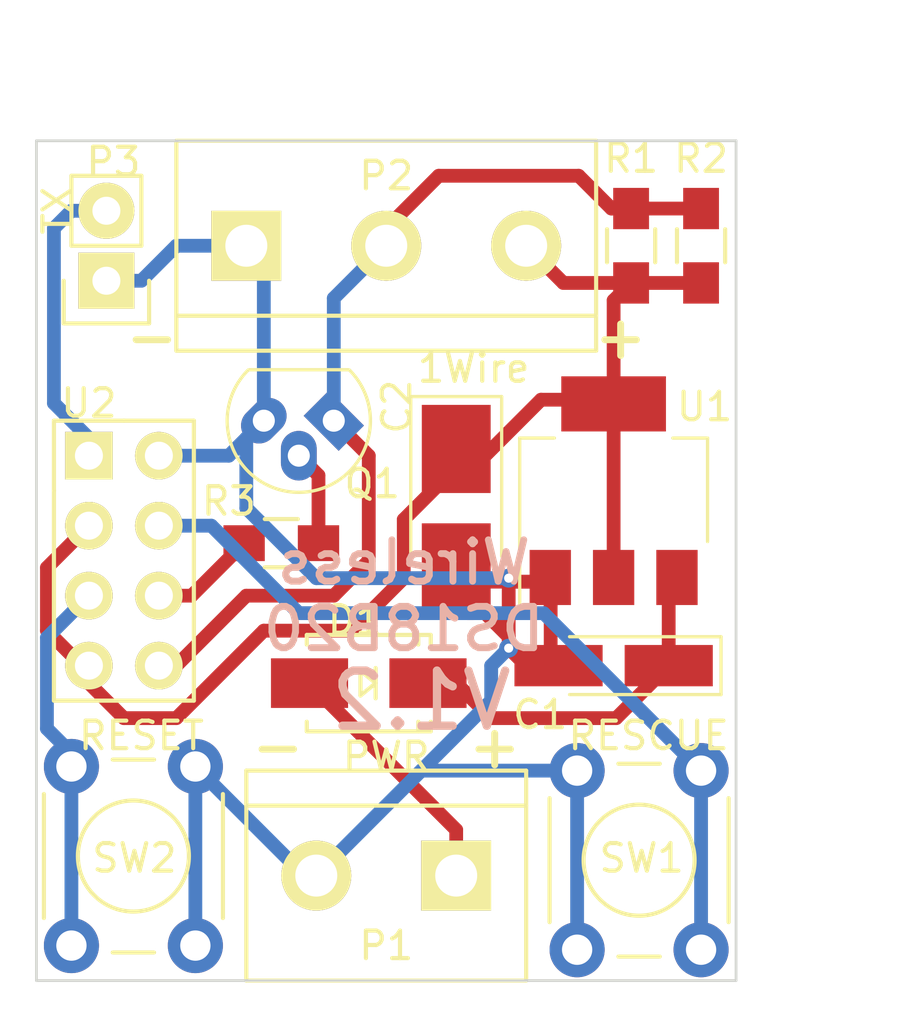
<source format=kicad_pcb>
(kicad_pcb (version 4) (host pcbnew 4.0.2-stable)

  (general
    (links 32)
    (no_connects 0)
    (area 118.694999 62.179999 144.830001 95.300001)
    (thickness 1.6002)
    (drawings 17)
    (tracks 106)
    (zones 0)
    (modules 14)
    (nets 11)
  )

  (page A4)
  (layers
    (0 F.Cu signal)
    (31 B.Cu signal)
    (34 B.Paste user)
    (35 F.Paste user)
    (36 B.SilkS user)
    (37 F.SilkS user)
    (38 B.Mask user)
    (39 F.Mask user)
    (44 Edge.Cuts user)
    (49 F.Fab user)
  )

  (setup
    (last_trace_width 0.5)
    (trace_clearance 0.2)
    (zone_clearance 0.508)
    (zone_45_only no)
    (trace_min 0.1524)
    (segment_width 0.2)
    (edge_width 0.1)
    (via_size 0.6858)
    (via_drill 0.3302)
    (via_min_size 0.6858)
    (via_min_drill 0.3302)
    (uvia_size 0.762)
    (uvia_drill 0.508)
    (uvias_allowed no)
    (uvia_min_size 0)
    (uvia_min_drill 0)
    (pcb_text_width 0.3)
    (pcb_text_size 1.5 1.5)
    (mod_edge_width 0.15)
    (mod_text_size 1 1)
    (mod_text_width 0.15)
    (pad_size 2 3.8)
    (pad_drill 0)
    (pad_to_mask_clearance 0)
    (aux_axis_origin 0 0)
    (grid_origin 11.43 11.43)
    (visible_elements 7FFEFFFF)
    (pcbplotparams
      (layerselection 0x00030_80000001)
      (usegerberextensions false)
      (excludeedgelayer true)
      (linewidth 0.100000)
      (plotframeref false)
      (viasonmask false)
      (mode 1)
      (useauxorigin false)
      (hpglpennumber 1)
      (hpglpenspeed 20)
      (hpglpendiameter 15)
      (hpglpenoverlay 2)
      (psnegative false)
      (psa4output false)
      (plotreference true)
      (plotvalue true)
      (plotinvisibletext false)
      (padsonsilk false)
      (subtractmaskfromsilk false)
      (outputformat 1)
      (mirror false)
      (drillshape 1)
      (scaleselection 1)
      (outputdirectory ""))
  )

  (net 0 "")
  (net 1 GND)
  (net 2 VCC)
  (net 3 "Net-(P2-Pad2)")
  (net 4 "Net-(P3-Pad2)")
  (net 5 "Net-(Q1-Pad2)")
  (net 6 "Net-(SW1-Pad1)")
  (net 7 "Net-(SW2-Pad1)")
  (net 8 "Net-(C1-Pad1)")
  (net 9 "Net-(R3-Pad1)")
  (net 10 "Net-(D1-Pad2)")

  (net_class Default "This is the default net class."
    (clearance 0.2)
    (trace_width 0.5)
    (via_dia 0.6858)
    (via_drill 0.3302)
    (uvia_dia 0.762)
    (uvia_drill 0.508)
    (add_net GND)
    (add_net "Net-(C1-Pad1)")
    (add_net "Net-(D1-Pad2)")
    (add_net "Net-(P2-Pad2)")
    (add_net "Net-(P3-Pad2)")
    (add_net "Net-(Q1-Pad2)")
    (add_net "Net-(R3-Pad1)")
    (add_net "Net-(SW1-Pad1)")
    (add_net "Net-(SW2-Pad1)")
    (add_net VCC)
  )

  (module TO_SOT_Packages_THT:TO-92_Molded_Narrow_Oval (layer F.Cu) (tedit 58DE2C5B) (tstamp 58277C88)
    (at 129.54 74.93 180)
    (descr "TO-92 leads molded, narrow, oval pads, drill 0.8mm (see NXP sot054_po.pdf)")
    (tags "to-92 sc-43 sc-43a sot54 PA33 transistor")
    (path /57A0B8C6)
    (fp_text reference Q1 (at -1.397 -2.286 180) (layer F.SilkS)
      (effects (font (size 1 1) (thickness 0.15)))
    )
    (fp_text value BS170 (at 0 3 360) (layer F.Fab)
      (effects (font (size 1 1) (thickness 0.15)))
    )
    (fp_text user %R (at -1.397 -2.286 180) (layer F.Fab)
      (effects (font (size 1 1) (thickness 0.15)))
    )
    (fp_line (start -0.53 1.85) (end 3.07 1.85) (layer F.SilkS) (width 0.12))
    (fp_line (start -0.5 1.75) (end 3 1.75) (layer F.Fab) (width 0.1))
    (fp_line (start -1.46 -2.73) (end 4 -2.73) (layer F.CrtYd) (width 0.05))
    (fp_line (start -1.46 -2.73) (end -1.46 2.01) (layer F.CrtYd) (width 0.05))
    (fp_line (start 4 2.01) (end 4 -2.73) (layer F.CrtYd) (width 0.05))
    (fp_line (start 4 2.01) (end -1.46 2.01) (layer F.CrtYd) (width 0.05))
    (fp_arc (start 1.27 0) (end 1.27 -2.48) (angle 135) (layer F.Fab) (width 0.1))
    (fp_arc (start 1.27 0) (end 1.27 -2.6) (angle -135) (layer F.SilkS) (width 0.12))
    (fp_arc (start 1.27 0) (end 1.27 -2.48) (angle -135) (layer F.Fab) (width 0.1))
    (fp_arc (start 1.27 0) (end 1.27 -2.6) (angle 135) (layer F.SilkS) (width 0.12))
    (pad 2 thru_hole oval (at 1.27 -1.27 270) (size 1.8 1.3) (drill 0.8) (layers *.Cu *.Mask)
      (net 5 "Net-(Q1-Pad2)"))
    (pad 1 thru_hole rect (at 0 0 225) (size 1.3 1.8) (drill 0.8) (layers *.Cu *.Mask)
      (net 3 "Net-(P2-Pad2)"))
    (pad 3 thru_hole oval (at 2.54 0 225) (size 1.8 1.3) (drill 0.8) (layers *.Cu *.Mask)
      (net 1 GND))
    (model ${KISYS3DMOD}/TO_SOT_Packages_THT.3dshapes/TO-92_Molded_Narrow_Oval.wrl
      (at (xyz 0.05 0 0))
      (scale (xyz 1 1 1))
      (rotate (xyz 0 0 -90))
    )
  )

  (module Buttons_Switches_ThroughHole:SW_PUSH_6mm placed (layer F.Cu) (tedit 582D9899) (tstamp 57F5579D)
    (at 142.875 87.63 270)
    (descr https://www.omron.com/ecb/products/pdf/en-b3f.pdf)
    (tags "tact sw push 6mm")
    (path /57A0B62B)
    (fp_text reference SW1 (at 3.175 2.159 360) (layer F.SilkS)
      (effects (font (size 1 1) (thickness 0.15)))
    )
    (fp_text value RESCUE_MODE (at 3.75 6.7 270) (layer F.Fab)
      (effects (font (size 1 1) (thickness 0.15)))
    )
    (fp_line (start 3.25 -0.75) (end 6.25 -0.75) (layer F.Fab) (width 0.15))
    (fp_line (start 6.25 -0.75) (end 6.25 5.25) (layer F.Fab) (width 0.15))
    (fp_line (start 6.25 5.25) (end 0.25 5.25) (layer F.Fab) (width 0.15))
    (fp_line (start 0.25 5.25) (end 0.25 -0.75) (layer F.Fab) (width 0.15))
    (fp_line (start 0.25 -0.75) (end 3.25 -0.75) (layer F.Fab) (width 0.15))
    (fp_line (start 7.75 6) (end 8 6) (layer F.CrtYd) (width 0.05))
    (fp_line (start 8 6) (end 8 5.75) (layer F.CrtYd) (width 0.05))
    (fp_line (start 7.75 -1.5) (end 8 -1.5) (layer F.CrtYd) (width 0.05))
    (fp_line (start 8 -1.5) (end 8 -1.25) (layer F.CrtYd) (width 0.05))
    (fp_line (start -1.5 -1.25) (end -1.5 -1.5) (layer F.CrtYd) (width 0.05))
    (fp_line (start -1.5 -1.5) (end -1.25 -1.5) (layer F.CrtYd) (width 0.05))
    (fp_line (start -1.5 5.75) (end -1.5 6) (layer F.CrtYd) (width 0.05))
    (fp_line (start -1.5 6) (end -1.25 6) (layer F.CrtYd) (width 0.05))
    (fp_circle (center 3.25 2.25) (end 1.25 2.5) (layer F.SilkS) (width 0.15))
    (fp_line (start -1.25 -1.5) (end 7.75 -1.5) (layer F.CrtYd) (width 0.05))
    (fp_line (start -1.5 5.75) (end -1.5 -1.25) (layer F.CrtYd) (width 0.05))
    (fp_line (start 7.75 6) (end -1.25 6) (layer F.CrtYd) (width 0.05))
    (fp_line (start 8 -1.25) (end 8 5.75) (layer F.CrtYd) (width 0.05))
    (fp_line (start 1 5.5) (end 5.5 5.5) (layer F.SilkS) (width 0.15))
    (fp_line (start -0.25 1.5) (end -0.25 3) (layer F.SilkS) (width 0.15))
    (fp_line (start 5.5 -1) (end 1 -1) (layer F.SilkS) (width 0.15))
    (fp_line (start 6.75 3) (end 6.75 1.5) (layer F.SilkS) (width 0.15))
    (pad 2 thru_hole circle (at 0 4.5) (size 2 2) (drill 1.1) (layers *.Cu *.Mask)
      (net 1 GND))
    (pad 1 thru_hole circle (at 0 0) (size 2 2) (drill 1.1) (layers *.Cu *.Mask)
      (net 6 "Net-(SW1-Pad1)"))
    (pad 2 thru_hole circle (at 6.5 4.5) (size 2 2) (drill 1.1) (layers *.Cu *.Mask)
      (net 1 GND))
    (pad 1 thru_hole circle (at 6.5 0) (size 2 2) (drill 1.1) (layers *.Cu *.Mask)
      (net 6 "Net-(SW1-Pad1)"))
  )

  (module Buttons_Switches_ThroughHole:SW_PUSH_6mm placed (layer F.Cu) (tedit 582D9890) (tstamp 57F557BB)
    (at 120.015 93.98 90)
    (descr https://www.omron.com/ecb/products/pdf/en-b3f.pdf)
    (tags "tact sw push 6mm")
    (path /57A8DA97)
    (fp_text reference SW2 (at 3.175 2.286 180) (layer F.SilkS)
      (effects (font (size 1 1) (thickness 0.15)))
    )
    (fp_text value RESET (at 3.75 6.7 90) (layer F.Fab)
      (effects (font (size 1 1) (thickness 0.15)))
    )
    (fp_line (start 3.25 -0.75) (end 6.25 -0.75) (layer F.Fab) (width 0.15))
    (fp_line (start 6.25 -0.75) (end 6.25 5.25) (layer F.Fab) (width 0.15))
    (fp_line (start 6.25 5.25) (end 0.25 5.25) (layer F.Fab) (width 0.15))
    (fp_line (start 0.25 5.25) (end 0.25 -0.75) (layer F.Fab) (width 0.15))
    (fp_line (start 0.25 -0.75) (end 3.25 -0.75) (layer F.Fab) (width 0.15))
    (fp_line (start 7.75 6) (end 8 6) (layer F.CrtYd) (width 0.05))
    (fp_line (start 8 6) (end 8 5.75) (layer F.CrtYd) (width 0.05))
    (fp_line (start 7.75 -1.5) (end 8 -1.5) (layer F.CrtYd) (width 0.05))
    (fp_line (start 8 -1.5) (end 8 -1.25) (layer F.CrtYd) (width 0.05))
    (fp_line (start -1.5 -1.25) (end -1.5 -1.5) (layer F.CrtYd) (width 0.05))
    (fp_line (start -1.5 -1.5) (end -1.25 -1.5) (layer F.CrtYd) (width 0.05))
    (fp_line (start -1.5 5.75) (end -1.5 6) (layer F.CrtYd) (width 0.05))
    (fp_line (start -1.5 6) (end -1.25 6) (layer F.CrtYd) (width 0.05))
    (fp_circle (center 3.25 2.25) (end 1.25 2.5) (layer F.SilkS) (width 0.15))
    (fp_line (start -1.25 -1.5) (end 7.75 -1.5) (layer F.CrtYd) (width 0.05))
    (fp_line (start -1.5 5.75) (end -1.5 -1.25) (layer F.CrtYd) (width 0.05))
    (fp_line (start 7.75 6) (end -1.25 6) (layer F.CrtYd) (width 0.05))
    (fp_line (start 8 -1.25) (end 8 5.75) (layer F.CrtYd) (width 0.05))
    (fp_line (start 1 5.5) (end 5.5 5.5) (layer F.SilkS) (width 0.15))
    (fp_line (start -0.25 1.5) (end -0.25 3) (layer F.SilkS) (width 0.15))
    (fp_line (start 5.5 -1) (end 1 -1) (layer F.SilkS) (width 0.15))
    (fp_line (start 6.75 3) (end 6.75 1.5) (layer F.SilkS) (width 0.15))
    (pad 2 thru_hole circle (at 0 4.5 180) (size 2 2) (drill 1.1) (layers *.Cu *.Mask)
      (net 1 GND))
    (pad 1 thru_hole circle (at 0 0 180) (size 2 2) (drill 1.1) (layers *.Cu *.Mask)
      (net 7 "Net-(SW2-Pad1)"))
    (pad 2 thru_hole circle (at 6.5 4.5 180) (size 2 2) (drill 1.1) (layers *.Cu *.Mask)
      (net 1 GND))
    (pad 1 thru_hole circle (at 6.5 0 180) (size 2 2) (drill 1.1) (layers *.Cu *.Mask)
      (net 7 "Net-(SW2-Pad1)"))
  )

  (module Connect:bornier3 placed (layer F.Cu) (tedit 582D98AE) (tstamp 57F55731)
    (at 131.445 68.58)
    (descr "Bornier d'alimentation 3 pins")
    (tags DEV)
    (path /57A0B00F)
    (fp_text reference P2 (at 0 -2.54 180) (layer F.SilkS)
      (effects (font (size 1 1) (thickness 0.15)))
    )
    (fp_text value "1-Wire Bus" (at 0 5.08) (layer F.Fab)
      (effects (font (size 1 1) (thickness 0.15)))
    )
    (fp_line (start -7.62 3.81) (end -7.62 -3.81) (layer F.SilkS) (width 0.15))
    (fp_line (start 7.62 3.81) (end 7.62 -3.81) (layer F.SilkS) (width 0.15))
    (fp_line (start -7.62 2.54) (end 7.62 2.54) (layer F.SilkS) (width 0.15))
    (fp_line (start -7.62 -3.81) (end 7.62 -3.81) (layer F.SilkS) (width 0.15))
    (fp_line (start -7.62 3.81) (end 7.62 3.81) (layer F.SilkS) (width 0.15))
    (pad 1 thru_hole rect (at -5.08 0) (size 2.54 2.54) (drill 1.524) (layers *.Cu *.Mask F.SilkS)
      (net 1 GND))
    (pad 2 thru_hole circle (at 0 0) (size 2.54 2.54) (drill 1.524) (layers *.Cu *.Mask F.SilkS)
      (net 3 "Net-(P2-Pad2)"))
    (pad 3 thru_hole circle (at 5.08 0) (size 2.54 2.54) (drill 1.524) (layers *.Cu *.Mask F.SilkS)
      (net 2 VCC))
    (model Connect.3dshapes/bornier3.wrl
      (at (xyz 0 0 0))
      (scale (xyz 1 1 1))
      (rotate (xyz 0 0 0))
    )
  )

  (module Connect:bornier2 placed (layer F.Cu) (tedit 582D93A7) (tstamp 57F55725)
    (at 131.445 91.44 180)
    (descr "Bornier d'alimentation 2 pins")
    (tags DEV)
    (path /57A0A7B5)
    (fp_text reference P1 (at 0 -2.54 180) (layer F.SilkS)
      (effects (font (size 1 1) (thickness 0.15)))
    )
    (fp_text value "Power Connector" (at 0 5.08 180) (layer F.Fab)
      (effects (font (size 1 1) (thickness 0.15)))
    )
    (fp_line (start 5.08 2.54) (end -5.08 2.54) (layer F.SilkS) (width 0.15))
    (fp_line (start 5.08 3.81) (end 5.08 -3.81) (layer F.SilkS) (width 0.15))
    (fp_line (start 5.08 -3.81) (end -5.08 -3.81) (layer F.SilkS) (width 0.15))
    (fp_line (start -5.08 -3.81) (end -5.08 3.81) (layer F.SilkS) (width 0.15))
    (fp_line (start -5.08 3.81) (end 5.08 3.81) (layer F.SilkS) (width 0.15))
    (pad 1 thru_hole rect (at -2.54 0 180) (size 2.54 2.54) (drill 1.524) (layers *.Cu *.Mask F.SilkS)
      (net 10 "Net-(D1-Pad2)"))
    (pad 2 thru_hole circle (at 2.54 0 180) (size 2.54 2.54) (drill 1.524) (layers *.Cu *.Mask F.SilkS)
      (net 1 GND))
    (model Connect.3dshapes/bornier2.wrl
      (at (xyz 0 0 0))
      (scale (xyz 1 1 1))
      (rotate (xyz 0 0 0))
    )
  )

  (module Pin_Headers:Pin_Header_Straight_1x02 (layer F.Cu) (tedit 58DE2C12) (tstamp 57F628A9)
    (at 121.285 69.85 180)
    (descr "Through hole pin header")
    (tags "pin header")
    (path /57F62DB1)
    (fp_text reference P3 (at -0.254 4.318 360) (layer F.SilkS)
      (effects (font (size 1 1) (thickness 0.15)))
    )
    (fp_text value SERIAL_TX (at 0 -3.1 180) (layer F.Fab)
      (effects (font (size 1 1) (thickness 0.15)))
    )
    (fp_line (start 1.27 1.27) (end 1.27 3.81) (layer F.SilkS) (width 0.15))
    (fp_line (start 1.55 -1.55) (end 1.55 0) (layer F.SilkS) (width 0.15))
    (fp_line (start -1.75 -1.75) (end -1.75 4.3) (layer F.CrtYd) (width 0.05))
    (fp_line (start 1.75 -1.75) (end 1.75 4.3) (layer F.CrtYd) (width 0.05))
    (fp_line (start -1.75 -1.75) (end 1.75 -1.75) (layer F.CrtYd) (width 0.05))
    (fp_line (start -1.75 4.3) (end 1.75 4.3) (layer F.CrtYd) (width 0.05))
    (fp_line (start 1.27 1.27) (end -1.27 1.27) (layer F.SilkS) (width 0.15))
    (fp_line (start -1.55 0) (end -1.55 -1.55) (layer F.SilkS) (width 0.15))
    (fp_line (start -1.55 -1.55) (end 1.55 -1.55) (layer F.SilkS) (width 0.15))
    (fp_line (start -1.27 1.27) (end -1.27 3.81) (layer F.SilkS) (width 0.15))
    (fp_line (start -1.27 3.81) (end 1.27 3.81) (layer F.SilkS) (width 0.15))
    (pad 1 thru_hole rect (at 0 0 180) (size 2.032 2.032) (drill 1.016) (layers *.Cu *.Mask F.SilkS)
      (net 1 GND))
    (pad 2 thru_hole oval (at 0 2.54 180) (size 2.032 2.032) (drill 1.016) (layers *.Cu *.Mask F.SilkS)
      (net 4 "Net-(P3-Pad2)"))
    (model Pin_Headers.3dshapes/Pin_Header_Straight_1x02.wrl
      (at (xyz 0 -0.05 0))
      (scale (xyz 1 1 1))
      (rotate (xyz 0 0 90))
    )
  )

  (module Resistors_SMD:R_0805_HandSoldering (layer F.Cu) (tedit 582D9441) (tstamp 58277CA0)
    (at 142.875 68.58 90)
    (descr "Resistor SMD 0805, hand soldering")
    (tags "resistor 0805")
    (path /58278690)
    (attr smd)
    (fp_text reference R2 (at 3.175 0 180) (layer F.SilkS)
      (effects (font (size 1 1) (thickness 0.15)))
    )
    (fp_text value 2.2K (at 0 2.1 90) (layer F.Fab)
      (effects (font (size 1 1) (thickness 0.15)))
    )
    (fp_line (start -2.4 -1) (end 2.4 -1) (layer F.CrtYd) (width 0.05))
    (fp_line (start -2.4 1) (end 2.4 1) (layer F.CrtYd) (width 0.05))
    (fp_line (start -2.4 -1) (end -2.4 1) (layer F.CrtYd) (width 0.05))
    (fp_line (start 2.4 -1) (end 2.4 1) (layer F.CrtYd) (width 0.05))
    (fp_line (start 0.6 0.875) (end -0.6 0.875) (layer F.SilkS) (width 0.15))
    (fp_line (start -0.6 -0.875) (end 0.6 -0.875) (layer F.SilkS) (width 0.15))
    (pad 1 smd rect (at -1.35 0 90) (size 1.5 1.3) (layers F.Cu F.Paste F.Mask)
      (net 2 VCC))
    (pad 2 smd rect (at 1.35 0 90) (size 1.5 1.3) (layers F.Cu F.Paste F.Mask)
      (net 3 "Net-(P2-Pad2)"))
    (model Resistors_SMD.3dshapes/R_0805_HandSoldering.wrl
      (at (xyz 0 0 0))
      (scale (xyz 1 1 1))
      (rotate (xyz 0 0 0))
    )
  )

  (module Resistors_SMD:R_0805_HandSoldering (layer F.Cu) (tedit 582D943F) (tstamp 582786D8)
    (at 140.335 68.58 90)
    (descr "Resistor SMD 0805, hand soldering")
    (tags "resistor 0805")
    (path /57A0B1BF)
    (attr smd)
    (fp_text reference R1 (at 3.175 0 180) (layer F.SilkS)
      (effects (font (size 1 1) (thickness 0.15)))
    )
    (fp_text value 2.2K (at 0 2.1 90) (layer F.Fab)
      (effects (font (size 1 1) (thickness 0.15)))
    )
    (fp_line (start -2.4 -1) (end 2.4 -1) (layer F.CrtYd) (width 0.05))
    (fp_line (start -2.4 1) (end 2.4 1) (layer F.CrtYd) (width 0.05))
    (fp_line (start -2.4 -1) (end -2.4 1) (layer F.CrtYd) (width 0.05))
    (fp_line (start 2.4 -1) (end 2.4 1) (layer F.CrtYd) (width 0.05))
    (fp_line (start 0.6 0.875) (end -0.6 0.875) (layer F.SilkS) (width 0.15))
    (fp_line (start -0.6 -0.875) (end 0.6 -0.875) (layer F.SilkS) (width 0.15))
    (pad 1 smd rect (at -1.35 0 90) (size 1.5 1.3) (layers F.Cu F.Paste F.Mask)
      (net 2 VCC))
    (pad 2 smd rect (at 1.35 0 90) (size 1.5 1.3) (layers F.Cu F.Paste F.Mask)
      (net 3 "Net-(P2-Pad2)"))
    (model Resistors_SMD.3dshapes/R_0805_HandSoldering.wrl
      (at (xyz 0 0 0))
      (scale (xyz 1 1 1))
      (rotate (xyz 0 0 0))
    )
  )

  (module Resistors_SMD:R_0805_HandSoldering (layer F.Cu) (tedit 58DE27B9) (tstamp 582786EE)
    (at 127.635 79.375)
    (descr "Resistor SMD 0805, hand soldering")
    (tags "resistor 0805")
    (path /57A0BCAA)
    (attr smd)
    (fp_text reference R3 (at -1.905 -1.524 180) (layer F.SilkS)
      (effects (font (size 1 1) (thickness 0.15)))
    )
    (fp_text value 2.2K (at 0 2.1) (layer F.Fab)
      (effects (font (size 1 1) (thickness 0.15)))
    )
    (fp_line (start -2.4 -1) (end 2.4 -1) (layer F.CrtYd) (width 0.05))
    (fp_line (start -2.4 1) (end 2.4 1) (layer F.CrtYd) (width 0.05))
    (fp_line (start -2.4 -1) (end -2.4 1) (layer F.CrtYd) (width 0.05))
    (fp_line (start 2.4 -1) (end 2.4 1) (layer F.CrtYd) (width 0.05))
    (fp_line (start 0.6 0.875) (end -0.6 0.875) (layer F.SilkS) (width 0.15))
    (fp_line (start -0.6 -0.875) (end 0.6 -0.875) (layer F.SilkS) (width 0.15))
    (pad 1 smd rect (at -1.35 0) (size 1.5 1.3) (layers F.Cu F.Paste F.Mask)
      (net 9 "Net-(R3-Pad1)"))
    (pad 2 smd rect (at 1.35 0) (size 1.5 1.3) (layers F.Cu F.Paste F.Mask)
      (net 5 "Net-(Q1-Pad2)"))
    (model Resistors_SMD.3dshapes/R_0805_HandSoldering.wrl
      (at (xyz 0 0 0))
      (scale (xyz 1 1 1))
      (rotate (xyz 0 0 0))
    )
  )

  (module ESP8266:ESP-01 (layer F.Cu) (tedit 582D94E2) (tstamp 58277CAB)
    (at 120.65 76.2)
    (descr "Module, ESP-8266, ESP-01, 8 pin")
    (tags "Module ESP-8266 ESP8266")
    (path /57A0AA8A)
    (fp_text reference U2 (at 0 -1.905) (layer F.SilkS)
      (effects (font (size 1 1) (thickness 0.15)))
    )
    (fp_text value ESP-01 (at 12.192 3.556) (layer F.Fab)
      (effects (font (size 1 1) (thickness 0.15)))
    )
    (fp_line (start -1.778 -3.302) (end 22.86 -3.302) (layer F.Fab) (width 0.05))
    (fp_line (start 22.86 -3.302) (end 22.86 10.922) (layer F.Fab) (width 0.05))
    (fp_line (start 22.86 10.922) (end -1.778 10.922) (layer F.Fab) (width 0.05))
    (fp_line (start -1.778 10.922) (end -1.778 -3.302) (layer F.Fab) (width 0.05))
    (fp_line (start 1.27 -1.27) (end -1.27 -1.27) (layer F.SilkS) (width 0.1524))
    (fp_line (start -1.27 -1.27) (end -1.27 1.27) (layer F.SilkS) (width 0.1524))
    (fp_line (start -1.75 -1.75) (end -1.75 9.4) (layer F.CrtYd) (width 0.05))
    (fp_line (start 4.3 -1.75) (end 4.3 9.4) (layer F.CrtYd) (width 0.05))
    (fp_line (start -1.75 -1.75) (end 4.3 -1.75) (layer F.CrtYd) (width 0.05))
    (fp_line (start -1.75 9.4) (end 4.3 9.4) (layer F.CrtYd) (width 0.05))
    (fp_line (start -1.27 1.27) (end -1.27 8.89) (layer F.SilkS) (width 0.1524))
    (fp_line (start -1.27 8.89) (end 3.81 8.89) (layer F.SilkS) (width 0.1524))
    (fp_line (start 3.81 8.89) (end 3.81 -1.27) (layer F.SilkS) (width 0.1524))
    (fp_line (start 3.81 -1.27) (end 1.27 -1.27) (layer F.SilkS) (width 0.1524))
    (pad 1 thru_hole rect (at 0 0) (size 1.7272 1.7272) (drill 1.016) (layers *.Cu *.Mask F.SilkS)
      (net 4 "Net-(P3-Pad2)"))
    (pad 2 thru_hole oval (at 2.54 0) (size 1.7272 1.7272) (drill 1.016) (layers *.Cu *.Mask F.SilkS)
      (net 1 GND))
    (pad 3 thru_hole oval (at 0 2.54) (size 1.7272 1.7272) (drill 1.016) (layers *.Cu *.Mask F.SilkS)
      (net 2 VCC))
    (pad 4 thru_hole oval (at 2.54 2.54) (size 1.7272 1.7272) (drill 1.016) (layers *.Cu *.Mask F.SilkS)
      (net 6 "Net-(SW1-Pad1)"))
    (pad 5 thru_hole oval (at 0 5.08) (size 1.7272 1.7272) (drill 1.016) (layers *.Cu *.Mask F.SilkS)
      (net 7 "Net-(SW2-Pad1)"))
    (pad 6 thru_hole oval (at 2.54 5.08) (size 1.7272 1.7272) (drill 1.016) (layers *.Cu *.Mask F.SilkS)
      (net 9 "Net-(R3-Pad1)"))
    (pad 7 thru_hole oval (at 0 7.62) (size 1.7272 1.7272) (drill 1.016) (layers *.Cu *.Mask F.SilkS)
      (net 2 VCC))
    (pad 8 thru_hole oval (at 2.54 7.62) (size 1.7272 1.7272) (drill 1.016) (layers *.Cu *.Mask F.SilkS)
      (net 3 "Net-(P2-Pad2)"))
  )

  (module Diodes_SMD_Custom:SMA_Handsoldering_Custom (layer F.Cu) (tedit 58DE2804) (tstamp 58DE0D47)
    (at 130.81 84.455 180)
    (descr "Diode SMA Handsoldering")
    (tags "Diode SMA Handsoldering")
    (path /58DE0D73)
    (attr smd)
    (fp_text reference D1 (at 0.508 2.286 180) (layer F.SilkS)
      (effects (font (size 1 1) (thickness 0.15)))
    )
    (fp_text value SS34 (at 0.05 4.4 180) (layer F.Fab)
      (effects (font (size 1 1) (thickness 0.15)))
    )
    (fp_line (start -4.5 -2) (end 4.5 -2) (layer F.CrtYd) (width 0.05))
    (fp_line (start 4.5 -2) (end 4.5 2) (layer F.CrtYd) (width 0.05))
    (fp_line (start 4.5 2) (end -4.5 2) (layer F.CrtYd) (width 0.05))
    (fp_line (start -4.5 2) (end -4.5 -2) (layer F.CrtYd) (width 0.05))
    (fp_line (start -0.25 0) (end 0.3 -0.45) (layer F.SilkS) (width 0.15))
    (fp_line (start 0.3 -0.45) (end 0.3 0.45) (layer F.SilkS) (width 0.15))
    (fp_line (start 0.3 0.45) (end -0.25 0) (layer F.SilkS) (width 0.15))
    (fp_line (start -0.25 -0.55) (end -0.25 0.55) (layer F.SilkS) (width 0.15))
    (fp_line (start -1.79914 1.75006) (end -1.79914 1.39954) (layer F.SilkS) (width 0.15))
    (fp_line (start -1.79914 -1.75006) (end -1.79914 -1.39954) (layer F.SilkS) (width 0.15))
    (fp_line (start 2.25044 1.75006) (end 2.25044 1.39954) (layer F.SilkS) (width 0.15))
    (fp_line (start -2.25044 1.75006) (end -2.25044 1.39954) (layer F.SilkS) (width 0.15))
    (fp_line (start -2.25044 -1.75006) (end -2.25044 -1.39954) (layer F.SilkS) (width 0.15))
    (fp_line (start 2.25044 -1.75006) (end 2.25044 -1.39954) (layer F.SilkS) (width 0.15))
    (fp_line (start -2.25044 1.75006) (end 2.25044 1.75006) (layer F.SilkS) (width 0.15))
    (fp_line (start -2.25044 -1.75006) (end 2.25044 -1.75006) (layer F.SilkS) (width 0.15))
    (pad 1 smd rect (at -2.15 0 180) (size 2.8 1.80086) (layers F.Cu F.Paste F.Mask)
      (net 8 "Net-(C1-Pad1)"))
    (pad 2 smd rect (at 2.15 0 180) (size 2.8 1.80086) (layers F.Cu F.Paste F.Mask)
      (net 10 "Net-(D1-Pad2)"))
    (model Diodes_SMD.3dshapes/SMA_Handsoldering.wrl
      (at (xyz 0 0 0))
      (scale (xyz 0.3937 0.3937 0.3937))
      (rotate (xyz 0 0 180))
    )
  )

  (module Capacitors_Tantalum_SMD:CP_Tantalum_Case-B_EIA-3528-21_Hand (layer F.Cu) (tedit 58DE2BF2) (tstamp 58277E3E)
    (at 133.985 78.105 270)
    (descr "Tantalum capacitor, Case B, EIA 3528-21, 3.5x2.8x1.9mm, Hand soldering footprint")
    (tags "capacitor tantalum smd")
    (path /57A0AC9F)
    (attr smd)
    (fp_text reference C2 (at -3.683 2.159 270) (layer F.SilkS)
      (effects (font (size 1 1) (thickness 0.15)))
    )
    (fp_text value 100uF (at 0 3.15 270) (layer F.Fab)
      (effects (font (size 1 1) (thickness 0.15)))
    )
    (fp_line (start -4.15 -1.75) (end -4.15 1.75) (layer F.CrtYd) (width 0.05))
    (fp_line (start -4.15 1.75) (end 4.15 1.75) (layer F.CrtYd) (width 0.05))
    (fp_line (start 4.15 1.75) (end 4.15 -1.75) (layer F.CrtYd) (width 0.05))
    (fp_line (start 4.15 -1.75) (end -4.15 -1.75) (layer F.CrtYd) (width 0.05))
    (fp_line (start -1.75 -1.4) (end -1.75 1.4) (layer F.Fab) (width 0.1))
    (fp_line (start -1.75 1.4) (end 1.75 1.4) (layer F.Fab) (width 0.1))
    (fp_line (start 1.75 1.4) (end 1.75 -1.4) (layer F.Fab) (width 0.1))
    (fp_line (start 1.75 -1.4) (end -1.75 -1.4) (layer F.Fab) (width 0.1))
    (fp_line (start -1.4 -1.4) (end -1.4 1.4) (layer F.Fab) (width 0.1))
    (fp_line (start -1.225 -1.4) (end -1.225 1.4) (layer F.Fab) (width 0.1))
    (fp_line (start -4.05 -1.65) (end 1.75 -1.65) (layer F.SilkS) (width 0.12))
    (fp_line (start -4.05 1.65) (end 1.75 1.65) (layer F.SilkS) (width 0.12))
    (fp_line (start -4.05 -1.65) (end -4.05 1.65) (layer F.SilkS) (width 0.12))
    (pad 1 smd rect (at -2.15 0 270) (size 3.2 2.5) (layers F.Cu F.Paste F.Mask)
      (net 2 VCC))
    (pad 2 smd rect (at 2.15 0 270) (size 3.2 2.5) (layers F.Cu F.Paste F.Mask)
      (net 1 GND))
    (model Capacitors_Tantalum_SMD.3dshapes/CP_Tantalum_Case-B_EIA-3528-21.wrl
      (at (xyz 0 0 0))
      (scale (xyz 1 1 1))
      (rotate (xyz 0 0 0))
    )
  )

  (module Capacitors_Tantalum_SMD:CP_Tantalum_Case-A_EIA-3216-18_Hand (layer F.Cu) (tedit 58DE2B73) (tstamp 58277E28)
    (at 139.7 83.82 180)
    (descr "Tantalum capacitor, Case A, EIA 3216-18, 3.2x1.6x1.6mm, Hand soldering footprint")
    (tags "capacitor tantalum smd")
    (path /58278080)
    (attr smd)
    (fp_text reference C1 (at 2.667 -1.778 180) (layer F.SilkS)
      (effects (font (size 1 1) (thickness 0.15)))
    )
    (fp_text value 10uF (at 0 2.55 180) (layer F.Fab)
      (effects (font (size 1 1) (thickness 0.15)))
    )
    (fp_line (start -4 -1.2) (end -4 1.2) (layer F.CrtYd) (width 0.05))
    (fp_line (start -4 1.2) (end 4 1.2) (layer F.CrtYd) (width 0.05))
    (fp_line (start 4 1.2) (end 4 -1.2) (layer F.CrtYd) (width 0.05))
    (fp_line (start 4 -1.2) (end -4 -1.2) (layer F.CrtYd) (width 0.05))
    (fp_line (start -1.6 -0.8) (end -1.6 0.8) (layer F.Fab) (width 0.1))
    (fp_line (start -1.6 0.8) (end 1.6 0.8) (layer F.Fab) (width 0.1))
    (fp_line (start 1.6 0.8) (end 1.6 -0.8) (layer F.Fab) (width 0.1))
    (fp_line (start 1.6 -0.8) (end -1.6 -0.8) (layer F.Fab) (width 0.1))
    (fp_line (start -1.28 -0.8) (end -1.28 0.8) (layer F.Fab) (width 0.1))
    (fp_line (start -1.12 -0.8) (end -1.12 0.8) (layer F.Fab) (width 0.1))
    (fp_line (start -3.9 -1.05) (end 1.6 -1.05) (layer F.SilkS) (width 0.12))
    (fp_line (start -3.9 1.05) (end 1.6 1.05) (layer F.SilkS) (width 0.12))
    (fp_line (start -3.9 -1.05) (end -3.9 1.05) (layer F.SilkS) (width 0.12))
    (pad 1 smd rect (at -2 0 180) (size 3.2 1.5) (layers F.Cu F.Paste F.Mask)
      (net 8 "Net-(C1-Pad1)"))
    (pad 2 smd rect (at 2 0 180) (size 3.2 1.5) (layers F.Cu F.Paste F.Mask)
      (net 1 GND))
    (model Capacitors_Tantalum_SMD.3dshapes/CP_Tantalum_Case-A_EIA-3216-18.wrl
      (at (xyz 0 0 0))
      (scale (xyz 1 1 1))
      (rotate (xyz 0 0 0))
    )
  )

  (module TO_SOT_Packages_SMD:SOT-223 (layer F.Cu) (tedit 58DE2FFE) (tstamp 57F557E9)
    (at 139.7 77.47 90)
    (descr "module CMS SOT223 4 pins")
    (tags "CMS SOT")
    (path /57A0A520)
    (attr smd)
    (fp_text reference U1 (at 3.048 3.302 180) (layer F.SilkS)
      (effects (font (size 1 1) (thickness 0.15)))
    )
    (fp_text value "AMS1117 3.3" (at 0 4.5 90) (layer F.Fab)
      (effects (font (size 1 1) (thickness 0.15)))
    )
    (fp_text user %R (at 0 0 180) (layer F.Fab)
      (effects (font (size 0.8 0.8) (thickness 0.12)))
    )
    (fp_line (start -1.85 -2.3) (end -0.8 -3.35) (layer F.Fab) (width 0.1))
    (fp_line (start 1.91 3.41) (end 1.91 2.15) (layer F.SilkS) (width 0.12))
    (fp_line (start 1.91 -3.41) (end 1.91 -2.15) (layer F.SilkS) (width 0.12))
    (fp_line (start 4.4 -3.6) (end -4.4 -3.6) (layer F.CrtYd) (width 0.05))
    (fp_line (start 4.4 3.6) (end 4.4 -3.6) (layer F.CrtYd) (width 0.05))
    (fp_line (start -4.4 3.6) (end 4.4 3.6) (layer F.CrtYd) (width 0.05))
    (fp_line (start -4.4 -3.6) (end -4.4 3.6) (layer F.CrtYd) (width 0.05))
    (fp_line (start -1.85 -2.3) (end -1.85 3.35) (layer F.Fab) (width 0.1))
    (fp_line (start -1.85 3.41) (end 1.91 3.41) (layer F.SilkS) (width 0.12))
    (fp_line (start -0.8 -3.35) (end 1.85 -3.35) (layer F.Fab) (width 0.1))
    (fp_line (start -4.1 -3.41) (end 1.91 -3.41) (layer F.SilkS) (width 0.12))
    (fp_line (start -1.85 3.35) (end 1.85 3.35) (layer F.Fab) (width 0.1))
    (fp_line (start 1.85 -3.35) (end 1.85 3.35) (layer F.Fab) (width 0.1))
    (pad 4 smd rect (at 3.15 0 90) (size 2 3.8) (layers F.Cu F.Paste F.Mask)
      (net 2 VCC))
    (pad 2 smd rect (at -3.15 0 90) (size 2 1.5) (layers F.Cu F.Paste F.Mask)
      (net 2 VCC))
    (pad 3 smd rect (at -3.15 2.3 90) (size 2 1.5) (layers F.Cu F.Paste F.Mask)
      (net 8 "Net-(C1-Pad1)"))
    (pad 1 smd rect (at -3.15 -2.3 90) (size 2 1.5) (layers F.Cu F.Paste F.Mask)
      (net 1 GND))
    (model ${KISYS3DMOD}/TO_SOT_Packages_SMD.3dshapes/SOT-223.wrl
      (at (xyz 0 0 0))
      (scale (xyz 1 1 1))
      (rotate (xyz 0 0 0))
    )
  )

  (gr_text V1.2 (at 132.715 85.09) (layer B.SilkS)
    (effects (font (size 2 2) (thickness 0.3)) (justify mirror))
  )
  (gr_text + (at 139.954 71.882) (layer F.SilkS)
    (effects (font (size 1.5 1.5) (thickness 0.25)))
  )
  (gr_text - (at 122.936 71.882) (layer F.SilkS)
    (effects (font (size 1.5 1.5) (thickness 0.25)))
  )
  (gr_text TX (at 119.507 67.31 90) (layer F.SilkS)
    (effects (font (size 1 1) (thickness 0.15)))
  )
  (gr_text - (at 127.508 86.741) (layer F.SilkS)
    (effects (font (size 1.5 1.5) (thickness 0.25)))
  )
  (gr_text + (at 135.382 86.741) (layer F.SilkS)
    (effects (font (size 1.5 1.5) (thickness 0.25)))
  )
  (dimension 30.48 (width 0.3) (layer F.Fab)
    (gr_text "30,480 mm" (at 147.4 80.01 270) (layer F.Fab)
      (effects (font (size 1.5 1.5) (thickness 0.3)))
    )
    (feature1 (pts (xy 144.145 95.25) (xy 148.75 95.25)))
    (feature2 (pts (xy 144.145 64.77) (xy 148.75 64.77)))
    (crossbar (pts (xy 146.05 64.77) (xy 146.05 95.25)))
    (arrow1a (pts (xy 146.05 95.25) (xy 145.463579 94.123496)))
    (arrow1b (pts (xy 146.05 95.25) (xy 146.636421 94.123496)))
    (arrow2a (pts (xy 146.05 64.77) (xy 145.463579 65.896504)))
    (arrow2b (pts (xy 146.05 64.77) (xy 146.636421 65.896504)))
  )
  (dimension 25.4 (width 0.3) (layer F.Fab)
    (gr_text "25,400 mm" (at 131.445 61.515) (layer F.Fab)
      (effects (font (size 1.5 1.5) (thickness 0.3)))
    )
    (feature1 (pts (xy 144.145 64.77) (xy 144.145 60.165)))
    (feature2 (pts (xy 118.745 64.77) (xy 118.745 60.165)))
    (crossbar (pts (xy 118.745 62.865) (xy 144.145 62.865)))
    (arrow1a (pts (xy 144.145 62.865) (xy 143.018496 63.451421)))
    (arrow1b (pts (xy 144.145 62.865) (xy 143.018496 62.278579)))
    (arrow2a (pts (xy 118.745 62.865) (xy 119.871504 63.451421)))
    (arrow2b (pts (xy 118.745 62.865) (xy 119.871504 62.278579)))
  )
  (gr_text "Wireless\nDS18B20" (at 132.08 81.28) (layer B.SilkS)
    (effects (font (size 1.5 1.5) (thickness 0.25)) (justify mirror))
  )
  (gr_line (start 144.145 64.77) (end 118.745 64.77) (angle 90) (layer Edge.Cuts) (width 0.1))
  (gr_line (start 118.745 95.25) (end 144.145 95.25) (angle 90) (layer Edge.Cuts) (width 0.1))
  (gr_line (start 144.145 64.77) (end 144.145 95.25) (angle 90) (layer Edge.Cuts) (width 0.1))
  (gr_text 1Wire (at 134.62 73.025) (layer F.SilkS)
    (effects (font (size 1 1) (thickness 0.15)))
  )
  (gr_text PWR (at 131.445 87.122) (layer F.SilkS)
    (effects (font (size 1 1) (thickness 0.15)))
  )
  (gr_text RESCUE (at 140.97 86.36) (layer F.SilkS)
    (effects (font (size 1 1) (thickness 0.15)))
  )
  (gr_text RESET (at 122.555 86.36) (layer F.SilkS)
    (effects (font (size 1 1) (thickness 0.15)))
  )
  (gr_line (start 118.745 64.77) (end 118.745 95.25) (angle 90) (layer Edge.Cuts) (width 0.1))

  (segment (start 135.89 83.185) (end 135.89 82.77098) (width 0.5) (layer F.Cu) (net 1))
  (segment (start 135.89 82.77098) (end 133.985 80.86598) (width 0.5) (layer F.Cu) (net 1) (tstamp 58DE268B))
  (segment (start 135.89 80.645) (end 135.89 83.185) (width 0.5) (layer F.Cu) (net 1))
  (segment (start 137.414 80.772) (end 134.07898 80.772) (width 0.5) (layer F.Cu) (net 1))
  (segment (start 134.07898 80.772) (end 133.985 80.86598) (width 0.5) (layer F.Cu) (net 1) (tstamp 58DE264B))
  (segment (start 128.905 91.44) (end 128.475 91.44) (width 0.5) (layer B.Cu) (net 1))
  (segment (start 128.475 91.44) (end 124.515 87.48) (width 0.5) (layer B.Cu) (net 1) (tstamp 58DE261B))
  (segment (start 137.414 80.772) (end 136.017 80.772) (width 0.5) (layer F.Cu) (net 1))
  (via (at 135.89 80.645) (size 0.6858) (drill 0.3302) (layers F.Cu B.Cu) (net 1))
  (segment (start 136.017 80.772) (end 135.89 80.645) (width 0.5) (layer F.Cu) (net 1) (tstamp 58DE25BE))
  (segment (start 137.414 80.772) (end 137.033 80.772) (width 0.5) (layer F.Cu) (net 1))
  (segment (start 134.20598 81.28) (end 133.985 81.50098) (width 0.5) (layer F.Cu) (net 1) (tstamp 58DE25AA))
  (segment (start 137.414 80.772) (end 137.414 81.661) (width 0.5) (layer F.Cu) (net 1))
  (segment (start 134.62 81.915) (end 134.39902 81.915) (width 0.5) (layer F.Cu) (net 1) (tstamp 58DE259E))
  (segment (start 134.39902 81.915) (end 133.985 81.50098) (width 0.5) (layer F.Cu) (net 1) (tstamp 58DE259F))
  (segment (start 128.905 91.44) (end 135.255 85.09) (width 0.5) (layer B.Cu) (net 1))
  (segment (start 135.255 85.09) (end 135.255 83.82) (width 0.5) (layer B.Cu) (net 1) (tstamp 58DE2594))
  (segment (start 135.255 83.82) (end 135.89 83.185) (width 0.5) (layer B.Cu) (net 1) (tstamp 58DE2595))
  (via (at 135.89 83.185) (size 0.6858) (drill 0.3302) (layers F.Cu B.Cu) (net 1))
  (segment (start 135.89 83.185) (end 136.525 83.82) (width 0.5) (layer F.Cu) (net 1) (tstamp 58DE2597))
  (segment (start 136.525 83.82) (end 137.70102 83.82) (width 0.5) (layer F.Cu) (net 1) (tstamp 58DE2598))
  (segment (start 123.19 76.2) (end 125.73 76.2) (width 0.5) (layer B.Cu) (net 1))
  (segment (start 126.365 68.58) (end 123.825 68.58) (width 0.5) (layer B.Cu) (net 1))
  (segment (start 122.555 69.85) (end 121.285 69.85) (width 0.5) (layer B.Cu) (net 1) (tstamp 58DE2587))
  (segment (start 123.825 68.58) (end 122.555 69.85) (width 0.5) (layer B.Cu) (net 1) (tstamp 58DE2586))
  (segment (start 127 74.93) (end 127 69.215) (width 0.5) (layer B.Cu) (net 1))
  (segment (start 127 69.215) (end 126.365 68.58) (width 0.5) (layer B.Cu) (net 1) (tstamp 58DE2583))
  (segment (start 137.70102 83.82) (end 137.16 83.82) (width 0.5) (layer F.Cu) (net 1))
  (segment (start 128.905 91.44) (end 131.445 88.9) (width 0.5) (layer B.Cu) (net 1))
  (segment (start 132.715 87.63) (end 138.375 87.63) (width 0.5) (layer B.Cu) (net 1) (tstamp 58DE24AB))
  (segment (start 131.445 88.9) (end 132.715 87.63) (width 0.5) (layer B.Cu) (net 1) (tstamp 58DE24AA))
  (segment (start 128.905 91.44) (end 128.905 90.805) (width 0.5) (layer B.Cu) (net 1))
  (segment (start 137.414 80.772) (end 137.414 83.53298) (width 0.5) (layer F.Cu) (net 1))
  (segment (start 137.414 83.53298) (end 137.70102 83.82) (width 0.5) (layer F.Cu) (net 1) (tstamp 58DE2498))
  (segment (start 124.515 93.98) (end 124.515 87.48) (width 0.5) (layer B.Cu) (net 1))
  (segment (start 138.375 94.13) (end 138.375 87.63) (width 0.5) (layer B.Cu) (net 1))
  (segment (start 135.89 80.645) (end 130.175 80.645) (width 0.5) (layer B.Cu) (net 1) (tstamp 58DE25C1))
  (segment (start 126.365 75.565) (end 127 74.93) (width 0.5) (layer B.Cu) (net 1) (tstamp 58DE25D2))
  (segment (start 125.73 76.2) (end 127 74.93) (width 0.5) (layer B.Cu) (net 1) (tstamp 58DE258A))
  (segment (start 130.175 80.645) (end 128.905 80.645) (width 0.5) (layer B.Cu) (net 1) (tstamp 58DE25C2))
  (segment (start 126.365 78.105) (end 126.365 75.565) (width 0.5) (layer B.Cu) (net 1) (tstamp 58DE25CA))
  (segment (start 128.905 80.645) (end 126.365 78.105) (width 0.5) (layer B.Cu) (net 1) (tstamp 58DE25C7))
  (segment (start 139.7 74.168) (end 137.06602 74.168) (width 0.5) (layer F.Cu) (net 2))
  (segment (start 137.06602 74.168) (end 133.985 77.24902) (width 0.5) (layer F.Cu) (net 2) (tstamp 58DE252F))
  (segment (start 120.65 83.82) (end 120.65 84.455) (width 0.5) (layer F.Cu) (net 2))
  (segment (start 120.65 84.455) (end 121.92 85.725) (width 0.5) (layer F.Cu) (net 2) (tstamp 58DE29B8))
  (segment (start 132.08 78.51902) (end 133.985 76.61402) (width 0.5) (layer F.Cu) (net 2) (tstamp 58DE29BF))
  (segment (start 132.08 80.645) (end 132.08 78.51902) (width 0.5) (layer F.Cu) (net 2) (tstamp 58DE29BE))
  (segment (start 130.175 82.55) (end 132.08 80.645) (width 0.5) (layer F.Cu) (net 2) (tstamp 58DE29BD))
  (segment (start 127 82.55) (end 130.175 82.55) (width 0.5) (layer F.Cu) (net 2) (tstamp 58DE29BB))
  (segment (start 123.825 85.725) (end 127 82.55) (width 0.5) (layer F.Cu) (net 2) (tstamp 58DE29BA))
  (segment (start 121.92 85.725) (end 123.825 85.725) (width 0.5) (layer F.Cu) (net 2) (tstamp 58DE29B9))
  (segment (start 120.65 83.82) (end 120.396 83.82) (width 0.5) (layer F.Cu) (net 2))
  (segment (start 120.396 83.82) (end 119.126 82.55) (width 0.5) (layer F.Cu) (net 2) (tstamp 58DE26F6))
  (segment (start 119.126 80.264) (end 120.65 78.74) (width 0.5) (layer F.Cu) (net 2) (tstamp 58DE26F8))
  (segment (start 119.126 82.55) (end 119.126 80.264) (width 0.5) (layer F.Cu) (net 2) (tstamp 58DE26F7))
  (segment (start 140.335 69.93) (end 137.875 69.93) (width 0.5) (layer F.Cu) (net 2))
  (segment (start 137.875 69.93) (end 136.525 68.58) (width 0.5) (layer F.Cu) (net 2) (tstamp 58DE253A))
  (segment (start 140.335 69.93) (end 142.875 69.93) (width 0.5) (layer F.Cu) (net 2))
  (segment (start 139.7 74.168) (end 139.7 70.565) (width 0.5) (layer F.Cu) (net 2))
  (segment (start 139.7 70.565) (end 140.335 69.93) (width 0.5) (layer F.Cu) (net 2) (tstamp 58DE2533))
  (segment (start 139.7 80.772) (end 139.7 74.168) (width 0.5) (layer F.Cu) (net 2))
  (segment (start 123.19 83.82) (end 123.825 83.82) (width 0.5) (layer F.Cu) (net 3))
  (segment (start 123.825 83.82) (end 126.365 81.28) (width 0.5) (layer F.Cu) (net 3) (tstamp 58DE2980))
  (segment (start 126.365 81.28) (end 129.54 81.28) (width 0.5) (layer F.Cu) (net 3) (tstamp 58DE2981))
  (segment (start 129.54 81.28) (end 130.81 80.01) (width 0.5) (layer F.Cu) (net 3) (tstamp 58DE2984))
  (segment (start 130.81 80.01) (end 130.81 76.2) (width 0.5) (layer F.Cu) (net 3) (tstamp 58DE2985))
  (segment (start 130.81 76.2) (end 129.54 74.93) (width 0.5) (layer F.Cu) (net 3) (tstamp 58DE2987))
  (segment (start 129.54 74.93) (end 129.54 70.485) (width 0.5) (layer B.Cu) (net 3))
  (segment (start 129.54 70.485) (end 131.445 68.58) (width 0.5) (layer B.Cu) (net 3) (tstamp 58DE2580))
  (segment (start 140.335 67.23) (end 139.62 67.23) (width 0.5) (layer F.Cu) (net 3))
  (segment (start 133.35 66.04) (end 131.445 67.945) (width 0.5) (layer F.Cu) (net 3) (tstamp 58DE257C))
  (segment (start 138.43 66.04) (end 133.35 66.04) (width 0.5) (layer F.Cu) (net 3) (tstamp 58DE257B))
  (segment (start 139.065 66.675) (end 138.43 66.04) (width 0.5) (layer F.Cu) (net 3) (tstamp 58DE257A))
  (segment (start 139.62 67.23) (end 139.065 66.675) (width 0.5) (layer F.Cu) (net 3) (tstamp 58DE2579))
  (segment (start 131.445 67.945) (end 131.445 68.58) (width 0.5) (layer F.Cu) (net 3) (tstamp 58DE257D))
  (segment (start 142.875 67.23) (end 140.335 67.23) (width 0.5) (layer F.Cu) (net 3))
  (segment (start 120.65 76.2) (end 120.65 75.565) (width 0.5) (layer B.Cu) (net 4))
  (segment (start 120.65 75.565) (end 119.38 74.295) (width 0.5) (layer B.Cu) (net 4) (tstamp 58DE258D))
  (segment (start 119.38 74.295) (end 119.38 67.945) (width 0.5) (layer B.Cu) (net 4) (tstamp 58DE258E))
  (segment (start 119.38 67.945) (end 120.015 67.31) (width 0.5) (layer B.Cu) (net 4) (tstamp 58DE258F))
  (segment (start 120.015 67.31) (end 121.285 67.31) (width 0.5) (layer B.Cu) (net 4) (tstamp 58DE2590))
  (segment (start 128.985 79.375) (end 128.985 76.915) (width 0.5) (layer F.Cu) (net 5))
  (segment (start 128.985 76.915) (end 128.27 76.2) (width 0.5) (layer F.Cu) (net 5) (tstamp 58DE2563))
  (segment (start 142.875 87.63) (end 137.16 81.915) (width 0.5) (layer B.Cu) (net 6))
  (segment (start 125.095 78.74) (end 123.19 78.74) (width 0.5) (layer B.Cu) (net 6) (tstamp 58DE25B7))
  (segment (start 128.27 81.915) (end 125.095 78.74) (width 0.5) (layer B.Cu) (net 6) (tstamp 58DE25B3))
  (segment (start 137.16 81.915) (end 128.27 81.915) (width 0.5) (layer B.Cu) (net 6) (tstamp 58DE25B0))
  (segment (start 142.875 94.13) (end 142.875 87.63) (width 0.5) (layer B.Cu) (net 6))
  (segment (start 120.015 87.48) (end 120.015 86.995) (width 0.5) (layer B.Cu) (net 7))
  (segment (start 120.015 86.995) (end 119.126 86.106) (width 0.5) (layer B.Cu) (net 7) (tstamp 58DE26EB))
  (segment (start 119.126 82.804) (end 120.65 81.28) (width 0.5) (layer B.Cu) (net 7) (tstamp 58DE26EE))
  (segment (start 119.126 86.106) (end 119.126 82.804) (width 0.5) (layer B.Cu) (net 7) (tstamp 58DE26ED))
  (segment (start 120.015 87.48) (end 119.992 87.48) (width 0.5) (layer F.Cu) (net 7))
  (segment (start 120.015 93.98) (end 120.015 87.48) (width 0.5) (layer B.Cu) (net 7))
  (segment (start 132.96 84.455) (end 133.985 84.455) (width 0.5) (layer F.Cu) (net 8))
  (segment (start 133.985 84.455) (end 135.255 85.725) (width 0.5) (layer F.Cu) (net 8) (tstamp 58DE29C9))
  (segment (start 135.255 85.725) (end 139.79398 85.725) (width 0.5) (layer F.Cu) (net 8) (tstamp 58DE29CB))
  (segment (start 139.79398 85.725) (end 141.69898 83.82) (width 0.5) (layer F.Cu) (net 8) (tstamp 58DE29CC))
  (segment (start 141.69898 83.82) (end 141.69898 81.05902) (width 0.5) (layer F.Cu) (net 8))
  (segment (start 141.69898 81.05902) (end 141.986 80.772) (width 0.5) (layer F.Cu) (net 8) (tstamp 58DE2493))
  (segment (start 141.986 83.53298) (end 141.69898 83.82) (width 0.5) (layer F.Cu) (net 8) (tstamp 58DE2136))
  (segment (start 123.19 81.28) (end 124.38 81.28) (width 0.5) (layer F.Cu) (net 9))
  (segment (start 124.38 81.28) (end 126.285 79.375) (width 0.5) (layer F.Cu) (net 9) (tstamp 58DE2560))
  (segment (start 133.985 91.44) (end 133.985 89.78) (width 0.5) (layer F.Cu) (net 10))
  (segment (start 133.985 89.78) (end 128.66 84.455) (width 0.5) (layer F.Cu) (net 10) (tstamp 58DE29D2))

)

</source>
